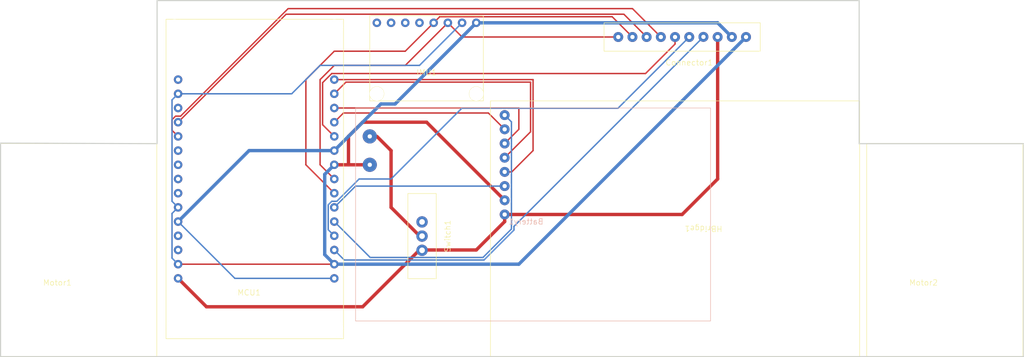
<source format=kicad_pcb>
(kicad_pcb (version 20221018) (generator pcbnew)
  (layers (0 "F.Cu" signal) (31 "B.Cu" signal) (34 "B.Paste" user) (35 "F.Paste" user) (36 "B.SilkS" user "B.Silkscreen") (37 "F.SilkS" user "F.Silkscreen") (38 "B.Mask" user) (39 "F.Mask" user) (44 "Edge.Cuts" user))
  (net 0 "")
  (net 1 "Net-(Battery1-Vin)")
  (net 2 "Net-(Battery1-GND)")
  (net 15 "Net-(Connector1-SDA)")
  (net 16 "Net-(Connector1-GPO10)")
  (net 17 "Net-(Connector1-GPIO9)")
  (net 18 "Net-(Connector1-GPIO2)")
  (net 19 "Net-(Connector1-GPIO3)")
  (net 20 "Net-(Connector1-GPIO1)")
  (net 21 "Net-(Connector1-Vin)")
  (net 22 "Net-(HBridge1-ENA)")
  (net 23 "Net-(HBridge1-IN1)")
  (net 24 "Net-(HBridge1-IN2)")
  (net 25 "Net-(HBridge1-IN3)")
  (net 26 "Net-(HBridge1-IN4)")
  (net 27 "Net-(HBridge1-ENB)")
  (net 28 "Net-(Connector1-SCL)")
  (net 29 "Net-(Connector1-3V)")
  (footprint "DX_rat:DX_10connector" (layer "F.Cu") (at 165.1 63.5)
    (fp_text reference "Connector1" (at 0 -0.5 unlocked) (layer "F.SilkS") (effects (font (thickness 0.1))))
    (fp_text value "~")
    (fp_rect (start -15.24 -7.62) (end 12.7 -2.54) (stroke (width 0.1)) (fill none) (layer "F.SilkS"))
    (pad "1" thru_hole circle (at -12.7 -5.08) (size 1.778 1.778) (drill 0.762) (layers "*.Cu" "*.Mask") (net 28 "Net-(Connector1-SCL)"))
    (pad "2" thru_hole circle (at -10.16 -5.08) (size 1.778 1.778) (drill 0.762) (layers "*.Cu" "*.Mask") (net 15 "Net-(Connector1-SDA)"))
    (pad "3" thru_hole circle (at -7.62 -5.08) (size 1.778 1.778) (drill 0.762) (layers "*.Cu" "*.Mask") (net 16 "Net-(Connector1-GPO10)"))
    (pad "4" thru_hole circle (at -5.08 -5.08) (size 1.778 1.778) (drill 0.762) (layers "*.Cu" "*.Mask") (net 17 "Net-(Connector1-GPIO9)"))
    (pad "5" thru_hole circle (at -2.54 -5.08) (size 1.778 1.778) (drill 0.762) (layers "*.Cu" "*.Mask") (net 18 "Net-(Connector1-GPIO2)"))
    (pad "6" thru_hole circle (at 0 -5.08) (size 1.778 1.778) (drill 0.762) (layers "*.Cu" "*.Mask") (net 19 "Net-(Connector1-GPIO3)"))
    (pad "7" thru_hole circle (at 2.54 -5.103215) (size 1.778 1.778) (drill 0.762) (layers "*.Cu" "*.Mask") (net 20 "Net-(Connector1-GPIO1)"))
    (pad "8" thru_hole circle (at 5.08 -5.08) (size 1.778 1.778) (drill 0.762) (layers "*.Cu" "*.Mask") (net 21 "Net-(Connector1-Vin)"))
    (pad "9" thru_hole circle (at 7.62 -5.08) (size 1.778 1.778) (drill 0.762) (layers "*.Cu" "*.Mask") (net 29 "Net-(Connector1-3V)"))
    (pad "10" thru_hole circle (at 10.16 -5.08) (size 1.778 1.778) (drill 0.762) (layers "*.Cu" "*.Mask" "Dwgs.User") (net 2 "Net-(Battery1-GND)"))
  )
  (footprint "DX_rat:DX_motor_pos" (layer "F.Cu") (at 207.01 102.87)
    (fp_text reference "Motor2" (at 0 -0.5 unlocked) (layer "F.SilkS") (effects (font (thickness 0.1))))
    (fp_text value "~")
    (fp_rect (start -10.16 -25.4) (end 17.78 12.7) (stroke (width 0.1)) (fill none) (layer "F.SilkS"))
    (pad "" np_thru_hole oval (at -7.62 -20.32 90) (size 5.08 2.54) (drill oval 5.08 2.54) (layers "F&B.Cu" "*.Mask"))
    (pad "" np_thru_hole oval (at -7.62 7.62 90) (size 5.08 2.54) (drill oval 5.08 2.54) (layers "F&B.Cu" "*.Mask"))
    (pad "" np_thru_hole oval (at 15.24 -20.32 90) (size 5.08 2.54) (drill oval 5.08 2.54) (layers "F&B.Cu" "*.Mask"))
    (pad "" np_thru_hole oval (at 15.24 7.62 90) (size 5.08 2.54) (drill oval 5.08 2.54) (layers "F&B.Cu" "*.Mask"))
  )
  (footprint "DX_rat:DX_imu" (layer "F.Cu") (at 116.84 60.96)
    (fp_text reference "IMU1" (at 1.27 3.81 unlocked) (layer "F.SilkS") (effects (font (thickness 0.1))))
    (fp_text value "~")
    (fp_rect (start -8.89 -6.35) (end 11.43 8.89) (stroke (width 0.1)) (fill none) (layer "F.SilkS"))
    (fp_circle (center -7.62 7.62) (end -7.62 8.89) (stroke (width 0.1)) (fill none) (layer "F.SilkS"))
    (fp_circle (center 10.16 7.62) (end 11.43 7.62) (stroke (width 0.1)) (fill none) (layer "F.SilkS"))
    (pad "" np_thru_hole circle (at -7.62 7.62) (size 2.54 2.54) (drill 2.54) (layers "F&B.Cu" "*.Mask"))
    (pad "" np_thru_hole circle (at 10.16 7.62) (size 2.54 2.54) (drill 2.54) (layers "F&B.Cu" "*.Mask"))
    (pad "1" thru_hole circle (at -7.62 -5.08) (size 1.524 1.524) (drill 0.762) (layers "*.Cu" "*.Mask"))
    (pad "2" thru_hole circle (at -5.08 -5.08) (size 1.524 1.524) (drill 0.762) (layers "*.Cu" "*.Mask"))
    (pad "3" thru_hole circle (at -2.54 -5.08) (size 1.524 1.524) (drill 0.762) (layers "*.Cu" "*.Mask"))
    (pad "4" thru_hole circle (at 0 -5.08) (size 1.524 1.524) (drill 0.762) (layers "*.Cu" "*.Mask"))
    (pad "5" thru_hole circle (at 2.54 -5.08) (size 1.524 1.524) (drill 0.762) (layers "*.Cu" "*.Mask") (net 15 "Net-(Connector1-SDA)"))
    (pad "6" thru_hole circle (at 5.08 -5.08) (size 1.524 1.524) (drill 0.762) (layers "*.Cu" "*.Mask") (net 28 "Net-(Connector1-SCL)"))
    (pad "7" thru_hole circle (at 7.62 -5.08) (size 1.524 1.524) (drill 0.762) (layers "*.Cu" "*.Mask") (net 2 "Net-(Battery1-GND)"))
    (pad "8" thru_hole circle (at 10.16 -5.08) (size 1.524 1.524) (drill 0.762) (layers "*.Cu" "*.Mask") (net 29 "Net-(Connector1-3V)"))
  )
  (footprint "DX_rat:DX_motor_pos" (layer "F.Cu") (at 52.07 102.87)
    (fp_text reference "Motor1" (at 0 -0.5 unlocked) (layer "F.SilkS") (effects (font (thickness 0.1))))
    (fp_text value "~")
    (fp_rect (start -10.16 -25.4) (end 17.78 12.7) (stroke (width 0.1)) (fill none) (layer "F.SilkS"))
    (pad "" np_thru_hole oval (at -7.62 -20.32 90) (size 5.08 2.54) (drill oval 5.08 2.54) (layers "F&B.Cu" "*.Mask"))
    (pad "" np_thru_hole oval (at -7.62 7.62 90) (size 5.08 2.54) (drill oval 5.08 2.54) (layers "F&B.Cu" "*.Mask"))
    (pad "" np_thru_hole oval (at 15.24 -20.32 90) (size 5.08 2.54) (drill oval 5.08 2.54) (layers "F&B.Cu" "*.Mask"))
    (pad "" np_thru_hole oval (at 15.24 7.62 90) (size 5.08 2.54) (drill oval 5.08 2.54) (layers "F&B.Cu" "*.Mask"))
  )
  (footprint "DX_rat:DX_HBridge" (layer "F.Cu") (at 170.18 102.87 180)
    (fp_text reference "HBridge1" (at 2.54 10.16 180 unlocked) (layer "F.SilkS") (effects (font (thickness 0.1))))
    (fp_text value "~")
    (fp_rect (start -25.4 -12.7) (end 40.64 33.02) (stroke (width 0.1)) (fill none) (layer "F.SilkS"))
    (pad "" np_thru_hole circle (at -22.86 -8.89 180) (size 2.54 2.54) (drill 2.54) (layers "F&B.Cu" "*.Mask"))
    (pad "" np_thru_hole circle (at -22.86 29.21 180) (size 2.54 2.54) (drill 2.54) (layers "F&B.Cu" "*.Mask"))
    (pad "" np_thru_hole circle (at 15.24 -8.89 180) (size 2.54 2.54) (drill 2.54) (layers "F&B.Cu" "*.Mask"))
    (pad "" np_thru_hole circle (at 15.24 29.21 180) (size 2.54 2.54) (drill 2.54) (layers "F&B.Cu" "*.Mask"))
    (pad "1" thru_hole circle (at 38.1 12.7 180) (size 1.778 1.778) (drill 0.762) (layers "*.Cu" "*.Mask") (net 21 "Net-(Connector1-Vin)"))
    (pad "2" thru_hole circle (at 38.1 15.24 180) (size 1.778 1.778) (drill 0.762) (layers "*.Cu" "*.Mask") (net 2 "Net-(Battery1-GND)"))
    (pad "3" thru_hole circle (at 38.1 17.78 180) (size 1.778 1.778) (drill 0.762) (layers "*.Cu" "*.Mask") (net 22 "Net-(HBridge1-ENA)"))
    (pad "4" thru_hole circle (at 38.1 20.32 180) (size 1.778 1.778) (drill 0.762) (layers "*.Cu" "*.Mask") (net 23 "Net-(HBridge1-IN1)"))
    (pad "5" thru_hole circle (at 38.1 22.86 180) (size 1.778 1.778) (drill 0.762) (layers "*.Cu" "*.Mask") (net 24 "Net-(HBridge1-IN2)"))
    (pad "6" thru_hole circle (at 38.1 25.4 180) (size 1.778 1.778) (drill 0.762) (layers "*.Cu" "*.Mask") (net 25 "Net-(HBridge1-IN3)"))
    (pad "7" thru_hole circle (at 38.1 27.94 180) (size 1.778 1.778) (drill 0.762) (layers "*.Cu" "*.Mask") (net 26 "Net-(HBridge1-IN4)"))
    (pad "8" thru_hole circle (at 38.1 30.48 180) (size 1.778 1.778) (drill 0.762) (layers "*.Cu" "*.Mask") (net 27 "Net-(HBridge1-ENB)"))
  )
  (footprint "DX_rat:DX_nodemcu" (layer "F.Cu") (at 81.28 91.44)
    (fp_text reference "MCU1" (at 5.08 12.7 unlocked) (layer "F.SilkS") (effects (font (thickness 0.1))))
    (fp_text value "~")
    (fp_rect (start -9.779 -36.195) (end 21.971 20.955) (stroke (width 0.1)) (fill none) (layer "F.SilkS"))
    (pad "" np_thru_hole circle (at -8.255 -34.925) (size 2.54 2.54) (drill 2.54) (layers "F&B.Cu" "*.Mask"))
    (pad "" np_thru_hole circle (at -8.255 19.05) (size 2.54 2.54) (drill 2.54) (layers "F&B.Cu" "*.Mask"))
    (pad "" np_thru_hole circle (at 20.32 -34.925) (size 2.54 2.54) (drill 2.54) (layers "F&B.Cu" "*.Mask"))
    (pad "" np_thru_hole circle (at 20.32 19.05) (size 2.54 2.54) (drill 2.54) (layers "F&B.Cu" "*.Mask"))
    (pad "1" thru_hole circle (at -7.62 -25.4) (size 1.524 1.524) (drill 0.762) (layers "*.Cu" "*.Mask"))
    (pad "2" thru_hole circle (at -7.62 -22.86) (size 1.524 1.524) (drill 0.762) (layers "*.Cu" "*.Mask") (net 2 "Net-(Battery1-GND)"))
    (pad "3" thru_hole circle (at -7.62 -20.32) (size 1.524 1.524) (drill 0.762) (layers "*.Cu" "*.Mask"))
    (pad "4" thru_hole circle (at -7.62 -17.78) (size 1.524 1.524) (drill 0.762) (layers "*.Cu" "*.Mask") (net 16 "Net-(Connector1-GPO10)"))
    (pad "5" thru_hole circle (at -7.62 -15.24) (size 1.524 1.524) (drill 0.762) (layers "*.Cu" "*.Mask") (net 17 "Net-(Connector1-GPIO9)"))
    (pad "6" thru_hole circle (at -7.62 -12.7) (size 1.524 1.524) (drill 0.762) (layers "*.Cu" "*.Mask"))
    (pad "7" thru_hole circle (at -7.62 -10.16) (size 1.524 1.524) (drill 0.762) (layers "*.Cu" "*.Mask"))
    (pad "8" thru_hole circle (at -7.62 -7.62) (size 1.524 1.524) (drill 0.762) (layers "*.Cu" "*.Mask"))
    (pad "9" thru_hole circle (at -7.62 -5.08) (size 1.524 1.524) (drill 0.762) (layers "*.Cu" "*.Mask"))
    (pad "10" thru_hole circle (at -7.62 -2.54) (size 1.524 1.524) (drill 0.762) (layers "*.Cu" "*.Mask") (net 2 "Net-(Battery1-GND)"))
    (pad "11" thru_hole circle (at -7.62 0) (size 1.524 1.524) (drill 0.762) (layers "*.Cu" "*.Mask") (net 29 "Net-(Connector1-3V)"))
    (pad "12" thru_hole circle (at -7.62 2.54) (size 1.524 1.524) (drill 0.762) (layers "*.Cu" "*.Mask"))
    (pad "13" thru_hole circle (at -7.62 5.08) (size 1.524 1.524) (drill 0.762) (layers "*.Cu" "*.Mask"))
    (pad "14" thru_hole circle (at -7.62 7.62) (size 1.524 1.524) (drill 0.762) (layers "*.Cu" "*.Mask") (net 2 "Net-(Battery1-GND)"))
    (pad "15" thru_hole circle (at -7.62 10.16) (size 1.524 1.524) (drill 0.762) (layers "*.Cu" "*.Mask") (net 21 "Net-(Connector1-Vin)"))
    (pad "16" thru_hole circle (at 20.32 -25.4) (size 1.524 1.524) (drill 0.762) (layers "*.Cu" "*.Mask") (net 23 "Net-(HBridge1-IN1)"))
    (pad "17" thru_hole circle (at 20.32 -22.86) (size 1.524 1.524) (drill 0.762) (layers "*.Cu" "*.Mask") (net 24 "Net-(HBridge1-IN2)"))
    (pad "18" thru_hole circle (at 20.32 -20.32) (size 1.524 1.524) (drill 0.762) (layers "*.Cu" "*.Mask") (net 25 "Net-(HBridge1-IN3)"))
    (pad "19" thru_hole circle (at 20.32 -17.78) (size 1.524 1.524) (drill 0.762) (layers "*.Cu" "*.Mask") (net 26 "Net-(HBridge1-IN4)"))
    (pad "20" thru_hole circle (at 20.32 -15.24) (size 1.524 1.524) (drill 0.762) (layers "*.Cu" "*.Mask") (net 18 "Net-(Connector1-GPIO2)"))
    (pad "21" thru_hole circle (at 20.32 -12.7) (size 1.524 1.524) (drill 0.762) (layers "*.Cu" "*.Mask") (net 29 "Net-(Connector1-3V)"))
    (pad "22" thru_hole circle (at 20.32 -10.16) (size 1.524 1.524) (drill 0.762) (layers "*.Cu" "*.Mask") (net 2 "Net-(Battery1-GND)"))
    (pad "23" thru_hole circle (at 20.32 -7.62) (size 1.524 1.524) (drill 0.762) (layers "*.Cu" "*.Mask") (net 28 "Net-(Connector1-SCL)"))
    (pad "24" thru_hole circle (at 20.32 -5.08) (size 1.524 1.524) (drill 0.762) (layers "*.Cu" "*.Mask") (net 15 "Net-(Connector1-SDA)"))
    (pad "25" thru_hole circle (at 20.32 -2.54) (size 1.524 1.524) (drill 0.762) (layers "*.Cu" "*.Mask") (net 22 "Net-(HBridge1-ENA)"))
    (pad "26" thru_hole circle (at 20.32 0) (size 1.524 1.524) (drill 0.762) (layers "*.Cu" "*.Mask") (net 27 "Net-(HBridge1-ENB)"))
    (pad "27" thru_hole circle (at 20.32 2.54) (size 1.524 1.524) (drill 0.762) (layers "*.Cu" "*.Mask") (net 19 "Net-(Connector1-GPIO3)"))
    (pad "28" thru_hole circle (at 20.32 5.08) (size 1.524 1.524) (drill 0.762) (layers "*.Cu" "*.Mask") (net 20 "Net-(Connector1-GPIO1)"))
    (pad "29" thru_hole circle (at 20.32 7.62) (size 1.524 1.524) (drill 0.762) (layers "*.Cu" "*.Mask") (net 2 "Net-(Battery1-GND)"))
    (pad "30" thru_hole circle (at 20.32 10.16) (size 1.524 1.524) (drill 0.762) (layers "*.Cu" "*.Mask") (net 29 "Net-(Connector1-3V)"))
  )
  (footprint "DX_rat:DX_Switch" (layer "F.Cu") (at 122.38 94.04 90)
    (fp_text reference "Switch1" (at 0 -0.5 90 unlocked) (layer "F.SilkS") (effects (font (thickness 0.1))))
    (fp_text value "~")
    (fp_rect (start -7.62 -2.54) (end 7.62 -7.62) (stroke (width 0.1)) (fill none) (layer "F.SilkS"))
    (pad "1" thru_hole circle (at -2.54 -5.08 90) (size 2.032 2.032) (drill 1.016) (layers "*.Cu" "*.Mask") (net 21 "Net-(Connector1-Vin)"))
    (pad "2" thru_hole circle (at 0 -5.08 90) (size 2.032 2.032) (drill 1.016) (layers "*.Cu" "*.Mask") (net 1 "Net-(Battery1-Vin)"))
    (pad "3" thru_hole circle (at 2.54 -5.08 90) (size 2.032 2.032) (drill 1.016) (layers "*.Cu" "*.Mask"))
  )
  (footprint "DX_rat:DX_battery" (layer "B.Cu") (at 156.21 81.28 180)
    (fp_text reference "Battery1" (at 20.32 -10.16 unlocked) (layer "B.SilkS") (effects (font (thickness 0.1)) (justify mirror)))
    (fp_text value "~")
    (fp_rect (start -12.7 10.16) (end 50.8 -27.94) (stroke (width 0.1)) (fill none) (layer "B.SilkS"))
    (pad "" np_thru_hole oval (at 0 -25.4 180) (size 5.08 2.54) (drill oval 5.08 2.54) (layers "F&B.Cu" "*.Mask"))
    (pad "" np_thru_hole oval (at 0 7.62 180) (size 5.08 2.54) (drill oval 5.08 2.54) (layers "F&B.Cu" "*.Mask"))
    (pad "" np_thru_hole oval (at 30.48 -25.4 180) (size 5.08 2.54) (drill oval 5.08 2.54) (layers "F&B.Cu" "*.Mask"))
    (pad "" np_thru_hole oval (at 30.48 7.62 180) (size 5.08 2.54) (drill oval 5.08 2.54) (layers "F&B.Cu" "*.Mask"))
    (pad "1" thru_hole circle (at 48.26 5.08 180) (size 2.54 2.54) (drill 0.762) (layers "*.Cu" "*.Mask") (net 1 "Net-(Battery1-Vin)"))
    (pad "2" thru_hole circle (at 48.26 0 180) (size 2.54 2.54) (drill 0.762) (layers "*.Cu" "*.Mask") (net 2 "Net-(Battery1-GND)"))
  )
  (gr_poly (pts (xy 41.9 115.6) (xy 41.9 77.4) (xy 69.9 77.5) (xy 69.9 51.9) (xy 185.7 51.9) (xy 195.5 51.9) (xy 195.5 77.5) (xy 224.9 77.5) (xy 224.9 115.6)) (stroke (width 0.2)) (fill none) (layer "Edge.Cuts"))
  (segment (start 111.76 78.74) (end 109.22 76.2) (width 0.6) (layer "F.Cu") (net 1))
  (segment (start 111.76 88.9) (end 111.76 78.74) (width 0.6) (layer "F.Cu") (net 1))
  (segment (start 116.84 93.98) (end 111.76 88.9) (width 0.6) (layer "F.Cu") (net 1))
  (segment (start 118.11 73.66) (end 106.68 73.66) (width 0.6) (layer "F.Cu") (net 2))
  (segment (start 104.14 76.2) (end 104.14 81.28) (width 0.6) (layer "F.Cu") (net 2))
  (segment (start 107.95 81.28) (end 104.14 81.28) (width 0.6) (layer "F.Cu") (net 2))
  (segment (start 73.66 99.06) (end 101.6 99.06) (width 0.25) (layer "F.Cu") (net 2))
  (segment (start 104.14 81.28) (end 101.6 81.28) (width 0.6) (layer "F.Cu") (net 2))
  (segment (start 132.08 87.63) (end 118.11 73.66) (width 0.6) (layer "F.Cu") (net 2))
  (segment (start 106.68 73.66) (end 104.14 76.2) (width 0.6) (layer "F.Cu") (net 2))
  (segment (start 72.573 69.667) (end 72.573 87.813) (width 0.25) (layer "B.Cu") (net 2))
  (segment (start 101.6 99.06) (end 99.888 97.348) (width 0.6) (layer "B.Cu") (net 2))
  (segment (start 134.62 99.06) (end 101.6 99.06) (width 0.6) (layer "B.Cu") (net 2))
  (segment (start 72.573 97.973) (end 73.66 99.06) (width 0.25) (layer "B.Cu") (net 2))
  (segment (start 72.573 89.987) (end 72.573 97.973) (width 0.25) (layer "B.Cu") (net 2))
  (segment (start 116.84 63.5) (end 99.06 63.5) (width 0.25) (layer "B.Cu") (net 2))
  (segment (start 99.888 82.992) (end 101.6 81.28) (width 0.6) (layer "B.Cu") (net 2))
  (segment (start 124.46 55.88) (end 116.84 63.5) (width 0.25) (layer "B.Cu") (net 2))
  (segment (start 99.888 97.348) (end 99.888 82.992) (width 0.6) (layer "B.Cu") (net 2))
  (segment (start 72.573 87.813) (end 73.66 88.9) (width 0.25) (layer "B.Cu") (net 2))
  (segment (start 93.98 68.58) (end 73.66 68.58) (width 0.25) (layer "B.Cu") (net 2))
  (segment (start 73.66 68.58) (end 72.573 69.667) (width 0.25) (layer "B.Cu") (net 2))
  (segment (start 99.06 63.5) (end 93.98 68.58) (width 0.25) (layer "B.Cu") (net 2))
  (segment (start 73.66 88.9) (end 72.573 89.987) (width 0.25) (layer "B.Cu") (net 2))
  (segment (start 175.26 58.42) (end 134.62 99.06) (width 0.6) (layer "B.Cu") (net 2))
  (segment (start 96.52 81.28) (end 101.6 86.36) (width 0.25) (layer "F.Cu") (net 15))
  (segment (start 101.6 60.96) (end 96.52 66.04) (width 0.25) (layer "F.Cu") (net 15))
  (segment (start 151.313 54.793) (end 154.94 58.42) (width 0.25) (layer "F.Cu") (net 15))
  (segment (start 114.3 60.96) (end 101.6 60.96) (width 0.25) (layer "F.Cu") (net 15))
  (segment (start 119.38 55.88) (end 114.3 60.96) (width 0.25) (layer "F.Cu") (net 15))
  (segment (start 96.52 66.04) (end 96.52 81.28) (width 0.25) (layer "F.Cu") (net 15))
  (segment (start 120.467 54.793) (end 151.313 54.793) (width 0.25) (layer "F.Cu") (net 15))
  (segment (start 119.38 55.88) (end 120.467 54.793) (width 0.25) (layer "F.Cu") (net 15))
  (segment (start 92.977 54.343) (end 153.403 54.343) (width 0.25) (layer "F.Cu") (net 16))
  (segment (start 73.66 73.66) (end 92.977 54.343) (width 0.25) (layer "F.Cu") (net 16))
  (segment (start 153.403 54.343) (end 157.48 58.42) (width 0.25) (layer "F.Cu") (net 16))
  (segment (start 72.573 73.209749) (end 73.209749 72.573) (width 0.25) (layer "F.Cu") (net 17))
  (segment (start 154.94 53.34) (end 160.02 58.42) (width 0.25) (layer "F.Cu") (net 17))
  (segment (start 72.573 75.113) (end 72.573 73.209749) (width 0.25) (layer "F.Cu") (net 17))
  (segment (start 73.66 76.2) (end 72.573 75.113) (width 0.25) (layer "F.Cu") (net 17))
  (segment (start 93.343251 53.34) (end 154.94 53.34) (width 0.25) (layer "F.Cu") (net 17))
  (segment (start 73.209749 72.573) (end 74.110251 72.573) (width 0.25) (layer "F.Cu") (net 17))
  (segment (start 74.110251 72.573) (end 93.343251 53.34) (width 0.25) (layer "F.Cu") (net 17))
  (segment (start 162.56 58.42) (end 162.56 59.677235) (width 0.25) (layer "F.Cu") (net 18))
  (segment (start 99.51 74.11) (end 101.6 76.2) (width 0.25) (layer "F.Cu") (net 18))
  (segment (start 162.56 59.677235) (end 157.284235 64.953) (width 0.25) (layer "F.Cu") (net 18))
  (segment (start 101.149749 64.953) (end 99.51 66.592749) (width 0.25) (layer "F.Cu") (net 18))
  (segment (start 99.51 66.592749) (end 99.51 74.11) (width 0.25) (layer "F.Cu") (net 18))
  (segment (start 157.284235 64.953) (end 101.149749 64.953) (width 0.25) (layer "F.Cu") (net 18))
  (segment (start 101.149749 87.813) (end 100.513 88.449749) (width 0.25) (layer "B.Cu") (net 19))
  (segment (start 165.1 58.42) (end 152.344 71.176) (width 0.25) (layer "B.Cu") (net 19))
  (segment (start 100.513 88.449749) (end 100.513 92.893) (width 0.25) (layer "B.Cu") (net 19))
  (segment (start 100.513 92.893) (end 101.6 93.98) (width 0.25) (layer "B.Cu") (net 19))
  (segment (start 111.76 83.82) (end 106.043251 83.82) (width 0.25) (layer "B.Cu") (net 19))
  (segment (start 124.404 71.176) (end 111.76 83.82) (width 0.25) (layer "B.Cu") (net 19))
  (segment (start 102.050251 87.813) (end 101.149749 87.813) (width 0.25) (layer "B.Cu") (net 19))
  (segment (start 152.344 71.176) (end 124.404 71.176) (width 0.25) (layer "B.Cu") (net 19))
  (segment (start 106.043251 83.82) (end 102.050251 87.813) (width 0.25) (layer "B.Cu") (net 19))
  (segment (start 167.64 58.396785) (end 133.744 92.292785) (width 0.25) (layer "B.Cu") (net 20))
  (segment (start 133.744 92.292785) (end 133.744 92.952396) (width 0.25) (layer "B.Cu") (net 20))
  (segment (start 128.385396 98.311) (end 103.391 98.311) (width 0.25) (layer "B.Cu") (net 20))
  (segment (start 133.744 92.952396) (end 128.385396 98.311) (width 0.25) (layer "B.Cu") (net 20))
  (segment (start 103.391 98.311) (end 101.6 96.52) (width 0.25) (layer "B.Cu") (net 20))
  (segment (start 132.08 90.17) (end 163.83 90.17) (width 0.6) (layer "F.Cu") (net 21))
  (segment (start 106.68 106.68) (end 116.84 96.52) (width 0.6) (layer "F.Cu") (net 21))
  (segment (start 127 96.52) (end 132.08 91.44) (width 0.6) (layer "F.Cu") (net 21))
  (segment (start 73.66 101.6) (end 78.74 106.68) (width 0.6) (layer "F.Cu") (net 21))
  (segment (start 78.74 106.68) (end 106.68 106.68) (width 0.6) (layer "F.Cu") (net 21))
  (segment (start 132.08 91.44) (end 132.08 90.17) (width 0.6) (layer "F.Cu") (net 21))
  (segment (start 170.18 83.82) (end 170.18 58.42) (width 0.6) (layer "F.Cu") (net 21))
  (segment (start 163.83 90.17) (end 170.18 83.82) (width 0.6) (layer "F.Cu") (net 21))
  (segment (start 116.84 96.52) (end 127 96.52) (width 0.6) (layer "F.Cu") (net 21))
  (segment (start 132.08 85.09) (end 105.41 85.09) (width 0.25) (layer "B.Cu") (net 22))
  (segment (start 105.41 85.09) (end 101.6 88.9) (width 0.25) (layer "B.Cu") (net 22))
  (segment (start 137.16 66.04) (end 101.6 66.04) (width 0.25) (layer "F.Cu") (net 23))
  (segment (start 137.16 78.74) (end 137.16 66.04) (width 0.25) (layer "F.Cu") (net 23))
  (segment (start 132.08 82.55) (end 133.35 82.55) (width 0.25) (layer "F.Cu") (net 23))
  (segment (start 133.35 82.55) (end 137.16 78.74) (width 0.25) (layer "F.Cu") (net 23))
  (segment (start 136.71 66.49) (end 103.69 66.49) (width 0.25) (layer "F.Cu") (net 24))
  (segment (start 103.69 66.49) (end 101.6 68.58) (width 0.25) (layer "F.Cu") (net 24))
  (segment (start 132.08 80.01) (end 136.71 75.38) (width 0.25) (layer "F.Cu") (net 24))
  (segment (start 136.71 75.38) (end 136.71 66.49) (width 0.25) (layer "F.Cu") (net 24))
  (segment (start 134.62 71.12) (end 101.6 71.12) (width 0.25) (layer "F.Cu") (net 25))
  (segment (start 132.08 77.47) (end 134.62 74.93) (width 0.25) (layer "F.Cu") (net 25))
  (segment (start 134.62 74.93) (end 134.62 71.12) (width 0.25) (layer "F.Cu") (net 25))
  (segment (start 103.245 72.015) (end 101.6 73.66) (width 0.25) (layer "F.Cu") (net 26))
  (segment (start 129.165 72.015) (end 103.245 72.015) (width 0.25) (layer "F.Cu") (net 26))
  (segment (start 132.08 74.93) (end 129.165 72.015) (width 0.25) (layer "F.Cu") (net 26))
  (segment (start 133.294 73.604) (end 133.294 92.766) (width 0.25) (layer "B.Cu") (net 27))
  (segment (start 132.08 72.39) (end 133.294 73.604) (width 0.25) (layer "B.Cu") (net 27))
  (segment (start 133.294 92.766) (end 128.199 97.861) (width 0.25) (layer "B.Cu") (net 27))
  (segment (start 128.199 97.861) (end 108.021 97.861) (width 0.25) (layer "B.Cu") (net 27))
  (segment (start 108.021 97.861) (end 101.6 91.44) (width 0.25) (layer "B.Cu") (net 27))
  (segment (start 121.92 55.88) (end 114.3 63.5) (width 0.25) (layer "F.Cu") (net 28))
  (segment (start 101.6 63.5) (end 99.06 66.04) (width 0.25) (layer "F.Cu") (net 28))
  (segment (start 124.46 58.42) (end 152.4 58.42) (width 0.25) (layer "F.Cu") (net 28))
  (segment (start 121.92 55.88) (end 124.46 58.42) (width 0.25) (layer "F.Cu") (net 28))
  (segment (start 99.06 66.04) (end 99.06 81.28) (width 0.25) (layer "F.Cu") (net 28))
  (segment (start 114.3 63.5) (end 101.6 63.5) (width 0.25) (layer "F.Cu") (net 28))
  (segment (start 99.06 81.28) (end 101.6 83.82) (width 0.25) (layer "F.Cu") (net 28))
  (segment (start 101.6 78.74) (end 86.36 78.74) (width 0.6) (layer "B.Cu") (net 29))
  (segment (start 127 55.88) (end 112.48 70.4) (width 0.6) (layer "B.Cu") (net 29))
  (segment (start 170.18 55.88) (end 127 55.88) (width 0.6) (layer "B.Cu") (net 29))
  (segment (start 101.6 101.6) (end 83.82 101.6) (width 0.25) (layer "B.Cu") (net 29))
  (segment (start 83.82 101.6) (end 73.66 91.44) (width 0.25) (layer "B.Cu") (net 29))
  (segment (start 172.72 58.42) (end 170.18 55.88) (width 0.6) (layer "B.Cu") (net 29))
  (segment (start 112.48 70.4) (end 109.94 70.4) (width 0.6) (layer "B.Cu") (net 29))
  (segment (start 86.36 78.74) (end 73.66 91.44) (width 0.6) (layer "B.Cu") (net 29))
  (segment (start 109.94 70.4) (end 101.6 78.74) (width 0.6) (layer "B.Cu") (net 29))
)
</source>
